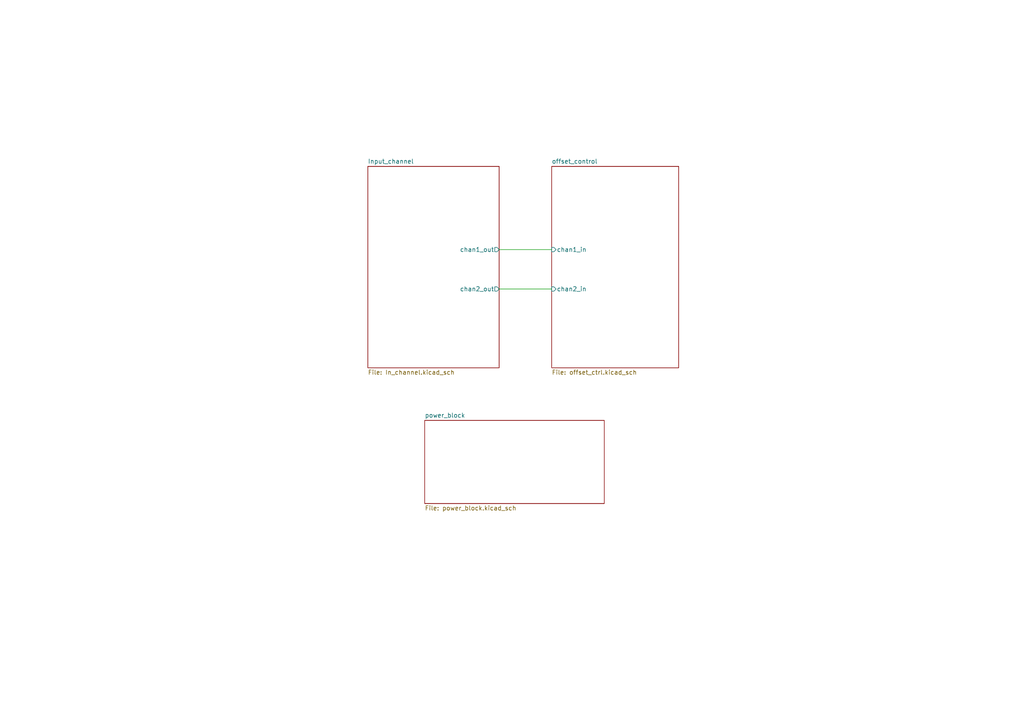
<source format=kicad_sch>
(kicad_sch
	(version 20231120)
	(generator "eeschema")
	(generator_version "8.0")
	(uuid "900e6e10-af1f-4ec5-a075-6ae6c64aeb78")
	(paper "A4")
	(lib_symbols)
	(wire
		(pts
			(xy 144.78 83.82) (xy 160.02 83.82)
		)
		(stroke
			(width 0)
			(type default)
		)
		(uuid "37957fca-88e4-46f7-879f-98c420b755c7")
	)
	(wire
		(pts
			(xy 144.78 72.39) (xy 160.02 72.39)
		)
		(stroke
			(width 0)
			(type default)
		)
		(uuid "cf6302fe-5ce6-4caf-b7c0-8e9cd836408d")
	)
	(sheet
		(at 123.19 121.92)
		(size 52.07 24.13)
		(fields_autoplaced yes)
		(stroke
			(width 0)
			(type solid)
		)
		(fill
			(color 0 0 0 0.0000)
		)
		(uuid "00000000-0000-0000-0000-00005e46b34f")
		(property "Sheetname" "power_block"
			(at 123.19 121.2084 0)
			(effects
				(font
					(size 1.27 1.27)
				)
				(justify left bottom)
			)
		)
		(property "Sheetfile" "power_block.kicad_sch"
			(at 123.19 146.6346 0)
			(effects
				(font
					(size 1.27 1.27)
				)
				(justify left top)
			)
		)
		(instances
			(project "subtractMod"
				(path "/900e6e10-af1f-4ec5-a075-6ae6c64aeb78"
					(page "3")
				)
			)
		)
	)
	(sheet
		(at 160.02 48.26)
		(size 36.83 58.42)
		(fields_autoplaced yes)
		(stroke
			(width 0)
			(type solid)
		)
		(fill
			(color 0 0 0 0.0000)
		)
		(uuid "00000000-0000-0000-0000-00005e556d6f")
		(property "Sheetname" "offset_control"
			(at 160.02 47.5484 0)
			(effects
				(font
					(size 1.27 1.27)
				)
				(justify left bottom)
			)
		)
		(property "Sheetfile" "offset_ctrl.kicad_sch"
			(at 160.02 107.2646 0)
			(effects
				(font
					(size 1.27 1.27)
				)
				(justify left top)
			)
		)
		(pin "chan1_in" input
			(at 160.02 72.39 180)
			(effects
				(font
					(size 1.27 1.27)
				)
				(justify left)
			)
			(uuid "b01b2548-a53d-4c9b-90e1-0d2b7d12910f")
		)
		(pin "chan2_in" input
			(at 160.02 83.82 180)
			(effects
				(font
					(size 1.27 1.27)
				)
				(justify left)
			)
			(uuid "4b204dae-0a6a-42e1-b774-1112de65858b")
		)
		(instances
			(project "subtractMod"
				(path "/900e6e10-af1f-4ec5-a075-6ae6c64aeb78"
					(page "4")
				)
			)
		)
	)
	(sheet
		(at 106.68 48.26)
		(size 38.1 58.42)
		(fields_autoplaced yes)
		(stroke
			(width 0)
			(type solid)
		)
		(fill
			(color 0 0 0 0.0000)
		)
		(uuid "00000000-0000-0000-0000-00005e58dc75")
		(property "Sheetname" "Input_channel"
			(at 106.68 47.5484 0)
			(effects
				(font
					(size 1.27 1.27)
				)
				(justify left bottom)
			)
		)
		(property "Sheetfile" "In_channel.kicad_sch"
			(at 106.68 107.2646 0)
			(effects
				(font
					(size 1.27 1.27)
				)
				(justify left top)
			)
		)
		(pin "chan1_out" output
			(at 144.78 72.39 0)
			(effects
				(font
					(size 1.27 1.27)
				)
				(justify right)
			)
			(uuid "dca25905-75b5-4436-bf42-7b7dfa20f279")
		)
		(pin "chan2_out" output
			(at 144.78 83.82 0)
			(effects
				(font
					(size 1.27 1.27)
				)
				(justify right)
			)
			(uuid "a0d88322-e0f6-420d-858f-3e46cdf7ffd4")
		)
		(instances
			(project "subtractMod"
				(path "/900e6e10-af1f-4ec5-a075-6ae6c64aeb78"
					(page "2")
				)
			)
		)
	)
	(sheet_instances
		(path "/"
			(page "1")
		)
	)
)

</source>
